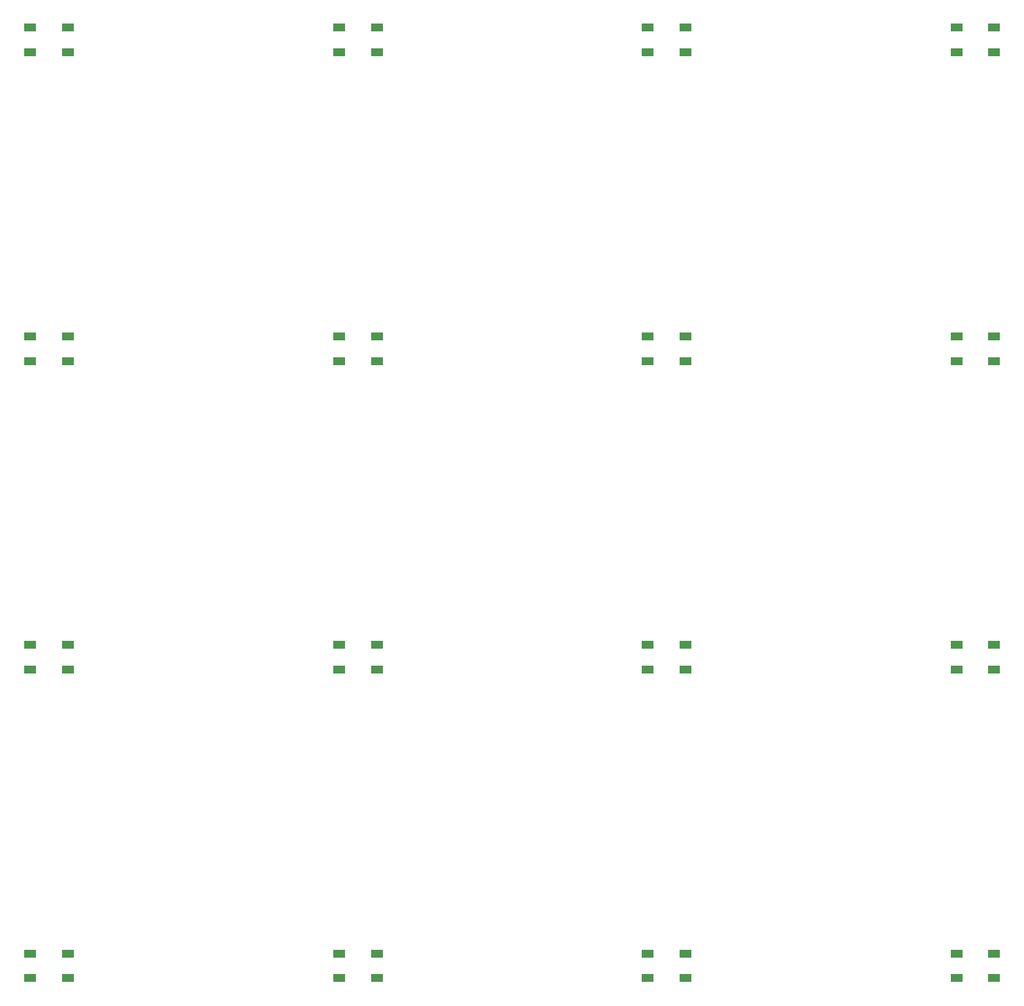
<source format=gbr>
G04 #@! TF.GenerationSoftware,KiCad,Pcbnew,(5.1.5)-3*
G04 #@! TF.CreationDate,2021-10-07T01:20:47-04:00*
G04 #@! TF.ProjectId,LEFT_Side Panel,4c454654-5f53-4696-9465-2050616e656c,rev?*
G04 #@! TF.SameCoordinates,Original*
G04 #@! TF.FileFunction,Paste,Bot*
G04 #@! TF.FilePolarity,Positive*
%FSLAX46Y46*%
G04 Gerber Fmt 4.6, Leading zero omitted, Abs format (unit mm)*
G04 Created by KiCad (PCBNEW (5.1.5)-3) date 2021-10-07 01:20:47*
%MOMM*%
%LPD*%
G04 APERTURE LIST*
%ADD10R,1.500000X1.000000*%
G04 APERTURE END LIST*
D10*
X62550000Y-80600000D03*
X62550000Y-77400000D03*
X67450000Y-80600000D03*
X67450000Y-77400000D03*
X102550000Y-80600000D03*
X102550000Y-77400000D03*
X107450000Y-80600000D03*
X107450000Y-77400000D03*
X142550000Y-80600000D03*
X142550000Y-77400000D03*
X147450000Y-80600000D03*
X147450000Y-77400000D03*
X182550000Y-80600000D03*
X182550000Y-77400000D03*
X187450000Y-80600000D03*
X187450000Y-77400000D03*
X187450000Y-117400000D03*
X187450000Y-120600000D03*
X182550000Y-117400000D03*
X182550000Y-120600000D03*
X147450000Y-117400000D03*
X147450000Y-120600000D03*
X142550000Y-117400000D03*
X142550000Y-120600000D03*
X107450000Y-117400000D03*
X107450000Y-120600000D03*
X102550000Y-117400000D03*
X102550000Y-120600000D03*
X62550000Y-120600000D03*
X62550000Y-117400000D03*
X67450000Y-120600000D03*
X67450000Y-117400000D03*
X67450000Y-157400000D03*
X67450000Y-160600000D03*
X62550000Y-157400000D03*
X62550000Y-160600000D03*
X107450000Y-157400000D03*
X107450000Y-160600000D03*
X102550000Y-157400000D03*
X102550000Y-160600000D03*
X142550000Y-160600000D03*
X142550000Y-157400000D03*
X147450000Y-160600000D03*
X147450000Y-157400000D03*
X182550000Y-160600000D03*
X182550000Y-157400000D03*
X187450000Y-160600000D03*
X187450000Y-157400000D03*
X187450000Y-197400000D03*
X187450000Y-200600000D03*
X182550000Y-197400000D03*
X182550000Y-200600000D03*
X147450000Y-197400000D03*
X147450000Y-200600000D03*
X142550000Y-197400000D03*
X142550000Y-200600000D03*
X107450000Y-197400000D03*
X107450000Y-200600000D03*
X102550000Y-197400000D03*
X102550000Y-200600000D03*
X67450000Y-197400000D03*
X67450000Y-200600000D03*
X62550000Y-197400000D03*
X62550000Y-200600000D03*
M02*

</source>
